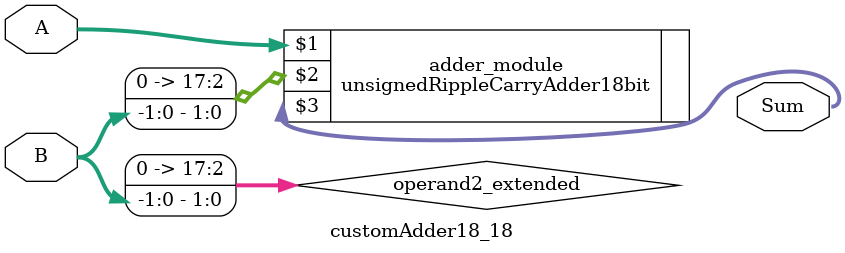
<source format=v>
module customAdder18_18(
                        input [17 : 0] A,
                        input [-1 : 0] B,
                        
                        output [18 : 0] Sum
                );

        wire [17 : 0] operand2_extended;
        
        assign operand2_extended =  {18'b0, B};
        
        unsignedRippleCarryAdder18bit adder_module(
            A,
            operand2_extended,
            Sum
        );
        
        endmodule
        
</source>
